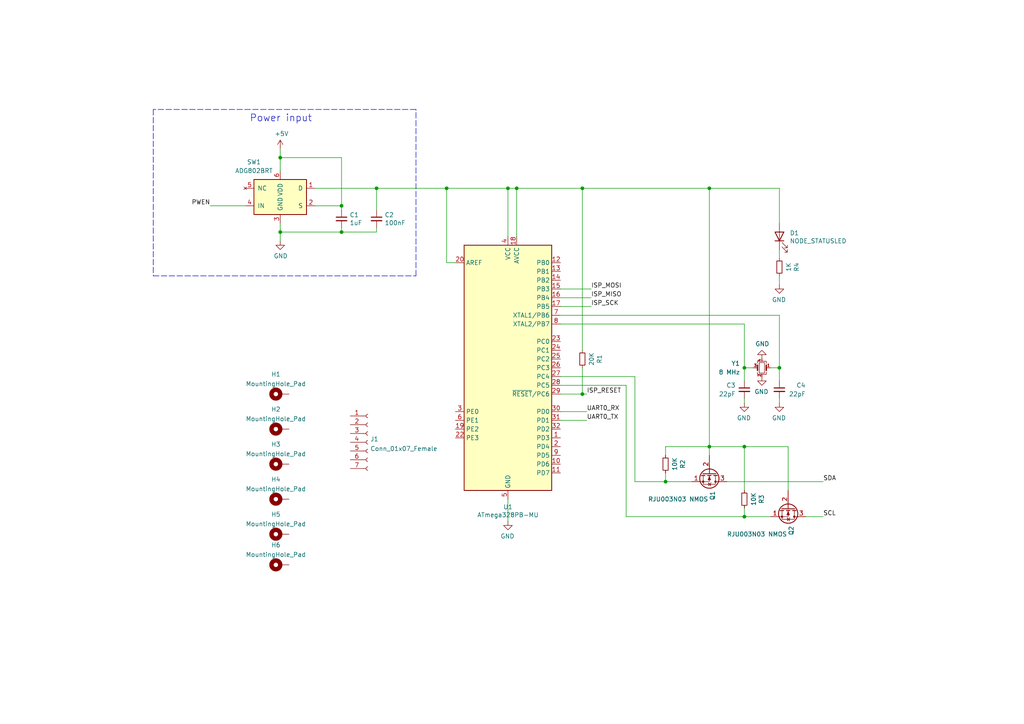
<source format=kicad_sch>
(kicad_sch (version 20211123) (generator eeschema)
  (paper "A4")
  (lib_symbols
    (symbol "Connector:Conn_01x07_Female" (pin_names (offset 1.016) hide)
      (property "Reference" "J" (at 0 10.16 0))
      (property "Value" "Conn_01x07_Female" (at 0 -10.16 0))
      (symbol "Conn_01x07_Female_1_1"
        (arc (start 0 -7.112) (mid -0.508 -7.62) (end 0 -8.128) (stroke (width 0.1524)))
        (arc (start 0 -4.572) (mid -0.508 -5.08) (end 0 -5.588) (stroke (width 0.1524)))
        (arc (start 0 -2.032) (mid -0.508 -2.54) (end 0 -3.048) (stroke (width 0.1524)))
        (polyline (pts (xy -1.27 -7.62) (xy -0.508 -7.62)) (stroke (width 0.1524)))
        (polyline (pts (xy -1.27 -5.08) (xy -0.508 -5.08)) (stroke (width 0.1524)))
        (polyline (pts (xy -1.27 -2.54) (xy -0.508 -2.54)) (stroke (width 0.1524)))
        (polyline (pts (xy -1.27 0) (xy -0.508 0)) (stroke (width 0.1524)))
        (polyline (pts (xy -1.27 2.54) (xy -0.508 2.54)) (stroke (width 0.1524)))
        (polyline (pts (xy -1.27 5.08) (xy -0.508 5.08)) (stroke (width 0.1524)))
        (polyline (pts (xy -1.27 7.62) (xy -0.508 7.62)) (stroke (width 0.1524)))
        (arc (start 0 0.508) (mid -0.508 0) (end 0 -0.508) (stroke (width 0.1524)))
        (arc (start 0 3.048) (mid -0.508 2.54) (end 0 2.032) (stroke (width 0.1524)))
        (arc (start 0 5.588) (mid -0.508 5.08) (end 0 4.572) (stroke (width 0.1524)))
        (arc (start 0 8.128) (mid -0.508 7.62) (end 0 7.112) (stroke (width 0.1524)))
        (pin passive line (at -5.08 7.62 0) (length 3.81) (name "Pin_1") (number "1"))
        (pin passive line (at -5.08 5.08 0) (length 3.81) (name "Pin_2") (number "2"))
        (pin passive line (at -5.08 2.54 0) (length 3.81) (name "Pin_3") (number "3"))
        (pin passive line (at -5.08 0 0) (length 3.81) (name "Pin_4") (number "4"))
        (pin passive line (at -5.08 -2.54 0) (length 3.81) (name "Pin_5") (number "5"))
        (pin passive line (at -5.08 -5.08 0) (length 3.81) (name "Pin_6") (number "6"))
        (pin passive line (at -5.08 -7.62 0) (length 3.81) (name "Pin_7") (number "7"))
      )
    )
    (symbol "Device:C_Small" (pin_numbers hide) (pin_names (offset 0.254) hide)
      (property "Reference" "C" (at 0.254 1.778 0))
      (property "Value" "C_Small" (at 0.254 -2.032 0))
      (symbol "C_Small_0_1"
        (polyline (pts (xy -1.524 -0.508) (xy 1.524 -0.508)) (stroke (width 0.3302)))
        (polyline (pts (xy -1.524 0.508) (xy 1.524 0.508)) (stroke (width 0.3048)))
      )
      (symbol "C_Small_1_1"
        (pin passive line (at 0 2.54 270) (length 2.032) (name "~") (number "1"))
        (pin passive line (at 0 -2.54 90) (length 2.032) (name "~") (number "2"))
      )
    )
    (symbol "Device:Crystal_GND24_Small" (pin_names (offset 1.016) hide)
      (property "Reference" "Y" (at 1.27 4.445 0))
      (property "Value" "Crystal_GND24_Small" (at 1.27 2.54 0))
      (symbol "Crystal_GND24_Small_0_1"
        (rectangle (start -0.762 -1.524) (end 0.762 1.524))
        (polyline (pts (xy -1.27 -0.762) (xy -1.27 0.762)) (stroke (width 0.381)))
        (polyline (pts (xy 1.27 -0.762) (xy 1.27 0.762)) (stroke (width 0.381)))
        (polyline (pts (xy -1.27 -1.27) (xy -1.27 -1.905) (xy 1.27 -1.905) (xy 1.27 -1.27)))
        (polyline (pts (xy -1.27 1.27) (xy -1.27 1.905) (xy 1.27 1.905) (xy 1.27 1.27)))
      )
      (symbol "Crystal_GND24_Small_1_1"
        (pin passive line (at -2.54 0 0) (length 1.27) (name "1") (number "1"))
        (pin passive line (at 0 -2.54 90) (length 0.635) (name "2") (number "2"))
        (pin passive line (at 2.54 0 180) (length 1.27) (name "3") (number "3"))
        (pin passive line (at 0 2.54 270) (length 0.635) (name "4") (number "4"))
      )
    )
    (symbol "Device:LED" (pin_numbers hide) (pin_names (offset 1.016) hide)
      (property "Reference" "D" (at 0 2.54 0))
      (property "Value" "LED" (at 0 -2.54 0))
      (symbol "LED_0_1"
        (polyline (pts (xy -1.27 -1.27) (xy -1.27 1.27)) (stroke (width 0.254)))
        (polyline (pts (xy -1.27 0) (xy 1.27 0)))
        (polyline (pts (xy 1.27 -1.27) (xy 1.27 1.27) (xy -1.27 0) (xy 1.27 -1.27)) (stroke (width 0.254)))
        (polyline (pts (xy -3.048 -0.762) (xy -4.572 -2.286) (xy -3.81 -2.286) (xy -4.572 -2.286) (xy -4.572 -1.524)))
        (polyline (pts (xy -1.778 -0.762) (xy -3.302 -2.286) (xy -2.54 -2.286) (xy -3.302 -2.286) (xy -3.302 -1.524)))
      )
      (symbol "LED_1_1"
        (pin passive line (at -3.81 0 0) (length 2.54) (name "K") (number "1"))
        (pin passive line (at 3.81 0 180) (length 2.54) (name "A") (number "2"))
      )
    )
    (symbol "Device:Q_NMOS_SGD" (pin_names (offset 0) hide)
      (property "Reference" "Q" (at 5.08 1.27 0))
      (property "Value" "Q_NMOS_SGD" (at 5.08 -1.27 0))
      (symbol "Q_NMOS_SGD_0_1"
        (polyline (pts (xy 0.254 0) (xy -2.54 0)))
        (polyline (pts (xy 0.254 1.905) (xy 0.254 -1.905)) (stroke (width 0.254)))
        (polyline (pts (xy 0.762 -1.27) (xy 0.762 -2.286)) (stroke (width 0.254)))
        (polyline (pts (xy 0.762 0.508) (xy 0.762 -0.508)) (stroke (width 0.254)))
        (polyline (pts (xy 0.762 2.286) (xy 0.762 1.27)) (stroke (width 0.254)))
        (polyline (pts (xy 2.54 2.54) (xy 2.54 1.778)))
        (polyline (pts (xy 2.54 -2.54) (xy 2.54 0) (xy 0.762 0)))
        (polyline (pts (xy 0.762 -1.778) (xy 3.302 -1.778) (xy 3.302 1.778) (xy 0.762 1.778)))
        (polyline (pts (xy 1.016 0) (xy 2.032 0.381) (xy 2.032 -0.381) (xy 1.016 0)) (fill (type outline)))
        (polyline (pts (xy 2.794 0.508) (xy 2.921 0.381) (xy 3.683 0.381) (xy 3.81 0.254)))
        (polyline (pts (xy 3.302 0.381) (xy 2.921 -0.254) (xy 3.683 -0.254) (xy 3.302 0.381)))
        (circle (center 1.651 0) (radius 2.794) (stroke (width 0.254)))
        (circle (center 2.54 -1.778) (radius 0.254) (fill (type outline)))
        (circle (center 2.54 1.778) (radius 0.254) (fill (type outline)))
      )
      (symbol "Q_NMOS_SGD_1_1"
        (pin passive line (at 2.54 -5.08 90) (length 2.54) (name "S") (number "1"))
        (pin input line (at -5.08 0 0) (length 5.08) (name "G") (number "2"))
        (pin passive line (at 2.54 5.08 270) (length 2.54) (name "D") (number "3"))
      )
    )
    (symbol "Device:R_Small" (pin_numbers hide) (pin_names (offset 0.254) hide)
      (property "Reference" "R" (at 0.762 0.508 0))
      (property "Value" "R_Small" (at 0.762 -1.016 0))
      (symbol "R_Small_0_1"
        (rectangle (start -0.762 1.778) (end 0.762 -1.778) (stroke (width 0.2032)))
      )
      (symbol "R_Small_1_1"
        (pin passive line (at 0 2.54 270) (length 0.762) (name "~") (number "1"))
        (pin passive line (at 0 -2.54 90) (length 0.762) (name "~") (number "2"))
      )
    )
    (symbol "MCU_Microchip_ATmega:ATmega328PB-MU"
      (property "Reference" "U" (at -12.7 36.83 0))
      (property "Value" "ATmega328PB-MU" (at 2.54 -36.83 0))
      (symbol "ATmega328PB-MU_0_1"
        (rectangle (start -12.7 -35.56) (end 12.7 35.56) (stroke (width 0.254)) (fill (type background)))
      )
      (symbol "ATmega328PB-MU_1_1"
        (pin bidirectional line (at 15.24 -20.32 180) (length 2.54) (name "PD3") (number "1"))
        (pin bidirectional line (at 15.24 -27.94 180) (length 2.54) (name "PD6") (number "10"))
        (pin bidirectional line (at 15.24 -30.48 180) (length 2.54) (name "PD7") (number "11"))
        (pin bidirectional line (at 15.24 30.48 180) (length 2.54) (name "PB0") (number "12"))
        (pin bidirectional line (at 15.24 27.94 180) (length 2.54) (name "PB1") (number "13"))
        (pin bidirectional line (at 15.24 25.4 180) (length 2.54) (name "PB2") (number "14"))
        (pin bidirectional line (at 15.24 22.86 180) (length 2.54) (name "PB3") (number "15"))
        (pin bidirectional line (at 15.24 20.32 180) (length 2.54) (name "PB4") (number "16"))
        (pin bidirectional line (at 15.24 17.78 180) (length 2.54) (name "PB5") (number "17"))
        (pin power_in line (at 2.54 38.1 270) (length 2.54) (name "AVCC") (number "18"))
        (pin bidirectional line (at -15.24 -17.78 0) (length 2.54) (name "PE2") (number "19"))
        (pin bidirectional line (at 15.24 -22.86 180) (length 2.54) (name "PD4") (number "2"))
        (pin passive line (at -15.24 30.48 0) (length 2.54) (name "AREF") (number "20"))
        (pin passive line (at 0 -38.1 90) (length 2.54) hide (name "GND") (number "21"))
        (pin bidirectional line (at -15.24 -20.32 0) (length 2.54) (name "PE3") (number "22"))
        (pin bidirectional line (at 15.24 7.62 180) (length 2.54) (name "PC0") (number "23"))
        (pin bidirectional line (at 15.24 5.08 180) (length 2.54) (name "PC1") (number "24"))
        (pin bidirectional line (at 15.24 2.54 180) (length 2.54) (name "PC2") (number "25"))
        (pin bidirectional line (at 15.24 0 180) (length 2.54) (name "PC3") (number "26"))
        (pin bidirectional line (at 15.24 -2.54 180) (length 2.54) (name "PC4") (number "27"))
        (pin bidirectional line (at 15.24 -5.08 180) (length 2.54) (name "PC5") (number "28"))
        (pin bidirectional line (at 15.24 -7.62 180) (length 2.54) (name "~{RESET}/PC6") (number "29"))
        (pin bidirectional line (at -15.24 -12.7 0) (length 2.54) (name "PE0") (number "3"))
        (pin bidirectional line (at 15.24 -12.7 180) (length 2.54) (name "PD0") (number "30"))
        (pin bidirectional line (at 15.24 -15.24 180) (length 2.54) (name "PD1") (number "31"))
        (pin bidirectional line (at 15.24 -17.78 180) (length 2.54) (name "PD2") (number "32"))
        (pin passive line (at 0 -38.1 90) (length 2.54) hide (name "GND") (number "33"))
        (pin power_in line (at 0 38.1 270) (length 2.54) (name "VCC") (number "4"))
        (pin power_in line (at 0 -38.1 90) (length 2.54) (name "GND") (number "5"))
        (pin bidirectional line (at -15.24 -15.24 0) (length 2.54) (name "PE1") (number "6"))
        (pin bidirectional line (at 15.24 15.24 180) (length 2.54) (name "XTAL1/PB6") (number "7"))
        (pin bidirectional line (at 15.24 12.7 180) (length 2.54) (name "XTAL2/PB7") (number "8"))
        (pin bidirectional line (at 15.24 -25.4 180) (length 2.54) (name "PD5") (number "9"))
      )
    )
    (symbol "Mechanical:MountingHole_Pad" (pin_numbers hide) (pin_names (offset 1.016) hide)
      (property "Reference" "H" (at 0 6.35 0))
      (property "Value" "MountingHole_Pad" (at 0 4.445 0))
      (symbol "MountingHole_Pad_0_1"
        (circle (center 0 1.27) (radius 1.27) (stroke (width 1.27)))
      )
      (symbol "MountingHole_Pad_1_1"
        (pin input line (at 0 -2.54 90) (length 2.54) (name "1") (number "1"))
      )
    )
    (symbol "power:+5V" (power) (pin_names (offset 0))
      (property "Value" "+5V" (at 0 3.556 0))
      (symbol "+5V_0_1"
        (polyline (pts (xy -0.762 1.27) (xy 0 2.54)))
        (polyline (pts (xy 0 0) (xy 0 2.54)))
        (polyline (pts (xy 0 2.54) (xy 0.762 1.27)))
      )
      (symbol "+5V_1_1"
        (pin power_in line (at 0 0 90) (length 0) hide (name "+5V") (number "1"))
      )
    )
    (symbol "power:GND" (power) (pin_names (offset 0))
      (property "Value" "GND" (at 0 -3.81 0))
      (symbol "GND_0_1"
        (polyline (pts (xy 0 0) (xy 0 -1.27) (xy 1.27 -1.27) (xy 0 -2.54) (xy -1.27 -1.27) (xy 0 -1.27)))
      )
      (symbol "GND_1_1"
        (pin power_in line (at 0 0 270) (length 0) hide (name "GND") (number "1"))
      )
    )
    (symbol "yktsat-common:ADG802BRT" (pin_names (offset 1.016))
      (property "Reference" "SW" (at 7.62 6.35 0))
      (property "Value" "ADG802BRT" (at 7.62 3.81 0))
      (symbol "ADG802BRT_0_1"
        (rectangle (start -7.62 2.54) (end 7.62 -7.62) (stroke (width 0.254)) (fill (type background)))
      )
      (symbol "ADG802BRT_1_1"
        (pin input line (at 10.16 0 180) (length 2.54) (name "D") (number "1"))
        (pin input line (at 10.16 -5.08 180) (length 2.54) (name "S") (number "2"))
        (pin power_in line (at 0 -10.16 90) (length 2.54) (name "GND") (number "3"))
        (pin input line (at -10.16 -5.08 0) (length 2.54) (name "IN") (number "4"))
        (pin no_connect line (at -10.16 0 0) (length 2.54) (name "NC") (number "5"))
        (pin power_in line (at 0 5.08 270) (length 2.54) (name "VDD") (number "6"))
      )
    )
  )
  (junction (at 215.9 149.86))
  (junction (at 205.74 54.61))
  (junction (at 215.9 106.68))
  (junction (at 129.54 54.61))
  (junction (at 99.06 67.31))
  (junction (at 81.28 67.31))
  (junction (at 99.06 59.69))
  (junction (at 147.32 54.61))
  (junction (at 193.04 139.7))
  (junction (at 109.22 54.61))
  (junction (at 226.06 106.68))
  (junction (at 168.91 54.61))
  (junction (at 168.91 114.3))
  (junction (at 205.74 129.54))
  (junction (at 149.86 54.61))
  (junction (at 215.9 129.54))
  (junction (at 81.28 45.72))
  (wire (pts (xy 132.08 76.2) (xy 129.54 76.2)))
  (wire (pts (xy 147.32 54.61) (xy 149.86 54.61)))
  (wire (pts (xy 147.32 151.13) (xy 147.32 144.78)))
  (polyline (pts (xy 120.65 80.01) (xy 120.65 31.75)))
  (wire (pts (xy 162.56 114.3) (xy 168.91 114.3)))
  (wire (pts (xy 162.56 91.44) (xy 226.06 91.44)))
  (wire (pts (xy 171.45 83.82) (xy 162.56 83.82)))
  (wire (pts (xy 205.74 54.61) (xy 226.06 54.61)))
  (wire (pts (xy 99.06 67.31) (xy 109.22 67.31)))
  (wire (pts (xy 91.44 59.69) (xy 99.06 59.69)))
  (wire (pts (xy 215.9 116.84) (xy 215.9 115.57)))
  (wire (pts (xy 226.06 91.44) (xy 226.06 106.68)))
  (wire (pts (xy 129.54 54.61) (xy 147.32 54.61)))
  (wire (pts (xy 226.06 54.61) (xy 226.06 64.77)))
  (wire (pts (xy 109.22 54.61) (xy 129.54 54.61)))
  (wire (pts (xy 205.74 129.54) (xy 205.74 132.08)))
  (wire (pts (xy 129.54 54.61) (xy 129.54 76.2)))
  (wire (pts (xy 162.56 111.76) (xy 181.61 111.76)))
  (wire (pts (xy 215.9 129.54) (xy 228.6 129.54)))
  (wire (pts (xy 81.28 43.18) (xy 81.28 45.72)))
  (wire (pts (xy 149.86 54.61) (xy 149.86 68.58)))
  (wire (pts (xy 226.06 106.68) (xy 223.52 106.68)))
  (wire (pts (xy 193.04 139.7) (xy 200.66 139.7)))
  (wire (pts (xy 228.6 129.54) (xy 228.6 142.24)))
  (wire (pts (xy 193.04 137.16) (xy 193.04 139.7)))
  (wire (pts (xy 215.9 93.98) (xy 215.9 106.68)))
  (wire (pts (xy 181.61 149.86) (xy 215.9 149.86)))
  (wire (pts (xy 109.22 60.96) (xy 109.22 54.61)))
  (wire (pts (xy 168.91 54.61) (xy 168.91 101.6)))
  (wire (pts (xy 81.28 64.77) (xy 81.28 67.31)))
  (wire (pts (xy 233.68 149.86) (xy 238.76 149.86)))
  (wire (pts (xy 162.56 109.22) (xy 184.15 109.22)))
  (wire (pts (xy 205.74 129.54) (xy 193.04 129.54)))
  (wire (pts (xy 181.61 111.76) (xy 181.61 149.86)))
  (wire (pts (xy 215.9 106.68) (xy 218.44 106.68)))
  (polyline (pts (xy 44.45 80.01) (xy 120.65 80.01)))
  (wire (pts (xy 162.56 121.92) (xy 170.18 121.92)))
  (wire (pts (xy 184.15 139.7) (xy 193.04 139.7)))
  (wire (pts (xy 226.06 110.49) (xy 226.06 106.68)))
  (wire (pts (xy 215.9 129.54) (xy 215.9 142.24)))
  (wire (pts (xy 205.74 54.61) (xy 205.74 129.54)))
  (wire (pts (xy 215.9 149.86) (xy 223.52 149.86)))
  (wire (pts (xy 210.82 139.7) (xy 238.76 139.7)))
  (wire (pts (xy 226.06 82.55) (xy 226.06 80.01)))
  (wire (pts (xy 81.28 67.31) (xy 99.06 67.31)))
  (wire (pts (xy 149.86 54.61) (xy 168.91 54.61)))
  (wire (pts (xy 99.06 60.96) (xy 99.06 59.69)))
  (wire (pts (xy 99.06 66.04) (xy 99.06 67.31)))
  (wire (pts (xy 99.06 45.72) (xy 81.28 45.72)))
  (wire (pts (xy 168.91 106.68) (xy 168.91 114.3)))
  (wire (pts (xy 81.28 45.72) (xy 81.28 49.53)))
  (wire (pts (xy 99.06 45.72) (xy 99.06 59.69)))
  (wire (pts (xy 215.9 93.98) (xy 162.56 93.98)))
  (wire (pts (xy 168.91 54.61) (xy 205.74 54.61)))
  (wire (pts (xy 193.04 129.54) (xy 193.04 132.08)))
  (polyline (pts (xy 44.45 31.75) (xy 44.45 80.01)))
  (wire (pts (xy 60.96 59.69) (xy 71.12 59.69)))
  (wire (pts (xy 81.28 67.31) (xy 81.28 69.85)))
  (wire (pts (xy 205.74 129.54) (xy 215.9 129.54)))
  (wire (pts (xy 109.22 67.31) (xy 109.22 66.04)))
  (wire (pts (xy 226.06 72.39) (xy 226.06 74.93)))
  (wire (pts (xy 171.45 88.9) (xy 162.56 88.9)))
  (wire (pts (xy 162.56 86.36) (xy 171.45 86.36)))
  (wire (pts (xy 215.9 147.32) (xy 215.9 149.86)))
  (wire (pts (xy 226.06 116.84) (xy 226.06 115.57)))
  (wire (pts (xy 91.44 54.61) (xy 109.22 54.61)))
  (wire (pts (xy 184.15 109.22) (xy 184.15 139.7)))
  (wire (pts (xy 147.32 54.61) (xy 147.32 68.58)))
  (polyline (pts (xy 120.65 31.75) (xy 44.45 31.75)))
  (wire (pts (xy 215.9 110.49) (xy 215.9 106.68)))
  (wire (pts (xy 168.91 114.3) (xy 170.18 114.3)))
  (wire (pts (xy 170.18 119.38) (xy 162.56 119.38)))
  (text "Power input" (at 72.39 35.56 0) (effects (font (size 2.0066 2.0066)) (justify left bottom)))
  (label "SDA" (at 238.76 139.7 0))
  (label "UART0_RX" (at 170.18 119.38 0))
  (label "SCL" (at 238.76 149.86 0))
  (label "PWEN" (at 60.96 59.69 180))
  (label "UART0_TX" (at 170.18 121.92 0))
  (label "ISP_MOSI" (at 171.45 83.82 0))
  (label "ISP_RESET" (at 170.18 114.3 0))
  (label "ISP_MISO" (at 171.45 86.36 0))
  (label "ISP_SCK" (at 171.45 88.9 0))
  (symbol (lib_id "power:GND") (at 220.98 104.14 0) (mirror x) (unit 1)
    (property "Reference" "#PWR0105" (effects hide))
    (property "Value" "GND" (at 221.107 99.7458 0))
  )
  (symbol (lib_id "Mechanical:MountingHole_Pad") (at 81.28 124.46 90) (unit 1)
    (property "Reference" "H2" (at 80.01 118.7155 90))
    (property "Value" "MountingHole_Pad" (at 80.01 121.4906 90))
    (property "Footprint" "MountingHole:MountingHole_2.2mm_M2_Pad" (effects hide))
  )
  (symbol (lib_id "Mechanical:MountingHole_Pad") (at 81.28 144.78 90) (unit 1)
    (property "Reference" "H4" (at 80.01 139.0355 90))
    (property "Value" "MountingHole_Pad" (at 80.01 141.8106 90))
    (property "Footprint" "MountingHole:MountingHole_2.2mm_M2_Pad" (effects hide))
  )
  (symbol (lib_id "power:GND") (at 147.32 151.13 0) (mirror y) (unit 1)
    (property "Reference" "#PWR0108" (effects hide))
    (property "Value" "GND" (at 147.193 155.5242 0))
  )
  (symbol (lib_id "Device:C_Small") (at 226.06 113.03 0) (mirror y) (unit 1)
    (property "Reference" "C4" (at 233.68 111.76 0) (effects (justify left)))
    (property "Value" "22pF" (at 233.68 114.3 0) (effects (justify left)))
    (property "Footprint" "Capacitor_SMD:C_0402_1005Metric" (effects hide))
  )
  (symbol (lib_id "Device:R_Small") (at 168.91 104.14 180) (unit 1)
    (property "Reference" "R1" (at 173.8884 104.14 90))
    (property "Value" "20K" (at 171.577 104.14 90))
    (property "Footprint" "Resistor_SMD:R_0402_1005Metric" (effects hide))
  )
  (symbol (lib_id "Device:LED") (at 226.06 68.58 90) (unit 1)
    (property "Reference" "D1" (at 229.0572 67.5894 90) (effects (justify right)))
    (property "Value" "NODE_STATUSLED" (at 229.0572 69.9008 90) (effects (justify right)))
    (property "Footprint" "LED_SMD:LED_0402_1005Metric" (effects hide))
  )
  (symbol (lib_id "Mechanical:MountingHole_Pad") (at 81.28 163.83 90) (unit 1)
    (property "Reference" "H6" (at 80.01 158.0855 90))
    (property "Value" "MountingHole_Pad" (at 80.01 160.8606 90))
    (property "Footprint" "MountingHole:MountingHole_2.2mm_M2_Pad" (effects hide))
  )
  (symbol (lib_id "yktsat-common:ADG802BRT") (at 81.28 54.61 0) (unit 1)
    (property "Reference" "SW1" (at 73.66 46.99 0))
    (property "Value" "ADG802BRT" (at 73.66 49.53 0))
    (property "Footprint" "Package_TO_SOT_SMD:SOT-23-6" (effects hide))
    (property "Datasheet" "https://www.analog.com/media/en/technical-documentation/data-sheets/ADG801_802.pdf" (effects hide))
  )
  (symbol (lib_id "Device:C_Small") (at 99.06 63.5 0) (unit 1)
    (property "Reference" "C1" (at 101.3968 62.3316 0) (effects (justify left)))
    (property "Value" "1uF" (at 101.3968 64.643 0) (effects (justify left)))
    (property "Footprint" "Capacitor_SMD:C_0603_1608Metric" (effects hide))
  )
  (symbol (lib_id "power:GND") (at 226.06 116.84 0) (mirror y) (unit 1)
    (property "Reference" "#PWR0106" (effects hide))
    (property "Value" "GND" (at 225.933 121.2342 0))
  )
  (symbol (lib_id "Connector:Conn_01x07_Female") (at 106.68 128.27 0) (unit 1)
    (property "Reference" "J1" (at 107.3912 127.3615 0) (effects (justify left)))
    (property "Value" "Conn_01x07_Female" (at 107.3912 130.1366 0) (effects (justify left)))
    (property "Footprint" "Connector_PinSocket_1.27mm:PinSocket_1x07_P1.27mm_Vertical" (effects hide))
  )
  (symbol (lib_id "Device:C_Small") (at 109.22 63.5 0) (unit 1)
    (property "Reference" "C2" (at 111.5568 62.3316 0) (effects (justify left)))
    (property "Value" "100nF" (at 111.5568 64.643 0) (effects (justify left)))
    (property "Footprint" "Capacitor_SMD:C_0402_1005Metric" (effects hide))
  )
  (symbol (lib_id "Device:Q_NMOS_SGD") (at 228.6 147.32 270) (unit 1)
    (property "Reference" "Q2" (at 229.5085 152.527 0) (effects (justify left)))
    (property "Value" "RJU003N03 NMOS" (at 210.82 154.94 90) (effects (justify left)))
    (property "Footprint" "Package_TO_SOT_SMD:SOT-323_SC-70" (effects hide))
  )
  (symbol (lib_id "Device:R_Small") (at 226.06 77.47 180) (unit 1)
    (property "Reference" "R4" (at 231.0384 77.47 90))
    (property "Value" "1K" (at 228.727 77.47 90))
    (property "Footprint" "Resistor_SMD:R_0402_1005Metric" (effects hide))
  )
  (symbol (lib_id "power:GND") (at 220.98 109.22 0) (mirror y) (unit 1)
    (property "Reference" "#PWR0107" (effects hide))
    (property "Value" "GND" (at 220.853 113.6142 0))
  )
  (symbol (lib_id "Device:Crystal_GND24_Small") (at 220.98 106.68 0) (mirror y) (unit 1)
    (property "Reference" "Y1" (at 214.63 105.41 0) (effects (justify left)))
    (property "Value" "8 MHz" (at 214.63 107.95 0) (effects (justify left)))
    (property "Footprint" "Crystal:Crystal_SMD_3225-4Pin_3.2x2.5mm" (effects hide))
    (property "Part" "7B-8.000MAAJ-T -  CRYSTAL, 8MHZ, 18PF, 5 X 3.2MM" (effects hide))
  )
  (symbol (lib_id "Mechanical:MountingHole_Pad") (at 81.28 114.3 90) (unit 1)
    (property "Reference" "H1" (at 80.01 108.5555 90))
    (property "Value" "MountingHole_Pad" (at 80.01 111.3306 90))
    (property "Footprint" "MountingHole:MountingHole_2.2mm_M2_Pad" (effects hide))
  )
  (symbol (lib_id "Device:Q_NMOS_SGD") (at 205.74 137.16 270) (unit 1)
    (property "Reference" "Q1" (at 206.6485 142.367 0) (effects (justify left)))
    (property "Value" "RJU003N03 NMOS" (at 187.96 144.78 90) (effects (justify left)))
    (property "Footprint" "Package_TO_SOT_SMD:SOT-323_SC-70" (effects hide))
  )
  (symbol (lib_id "Device:R_Small") (at 215.9 144.78 180) (unit 1)
    (property "Reference" "R3" (at 220.8784 144.78 90))
    (property "Value" "10K" (at 218.567 144.78 90))
    (property "Footprint" "Resistor_SMD:R_0402_1005Metric" (effects hide))
  )
  (symbol (lib_id "Mechanical:MountingHole_Pad") (at 81.28 154.94 90) (unit 1)
    (property "Reference" "H5" (at 80.01 149.1955 90))
    (property "Value" "MountingHole_Pad" (at 80.01 151.9706 90))
    (property "Footprint" "MountingHole:MountingHole_3.2mm_M3_ISO7380_Pad" (effects hide))
  )
  (symbol (lib_id "Mechanical:MountingHole_Pad") (at 81.28 134.62 90) (unit 1)
    (property "Reference" "H3" (at 80.01 128.8755 90))
    (property "Value" "MountingHole_Pad" (at 80.01 131.6506 90))
    (property "Footprint" "MountingHole:MountingHole_2.2mm_M2_Pad" (effects hide))
  )
  (symbol (lib_id "power:+5V") (at 81.28 43.18 0) (unit 1)
    (property "Reference" "#PWR0101" (effects hide))
    (property "Value" "+5V" (at 81.661 38.7858 0))
  )
  (symbol (lib_id "power:GND") (at 81.28 69.85 0) (unit 1)
    (property "Reference" "#PWR0102" (effects hide))
    (property "Value" "GND" (at 81.407 74.2442 0))
  )
  (symbol (lib_id "Device:R_Small") (at 193.04 134.62 180) (unit 1)
    (property "Reference" "R2" (at 198.0184 134.62 90))
    (property "Value" "10K" (at 195.707 134.62 90))
    (property "Footprint" "Resistor_SMD:R_0402_1005Metric" (effects hide))
  )
  (symbol (lib_id "MCU_Microchip_ATmega:ATmega328PB-MU") (at 147.32 106.68 0) (unit 1)
    (property "Reference" "U1" (at 147.32 147.0406 0))
    (property "Value" "ATmega328PB-MU" (at 147.32 149.352 0))
    (property "Footprint" "Package_DFN_QFN:QFN-32-1EP_5x5mm_P0.5mm_EP3.1x3.1mm" (effects hide))
    (property "Datasheet" "http://ww1.microchip.com/downloads/en/DeviceDoc/40001906C.pdf" (effects hide))
  )
  (symbol (lib_id "Device:C_Small") (at 215.9 113.03 0) (mirror y) (unit 1)
    (property "Reference" "C3" (at 213.36 111.76 0) (effects (justify left)))
    (property "Value" "22pF" (at 213.36 114.3 0) (effects (justify left)))
    (property "Footprint" "Capacitor_SMD:C_0402_1005Metric" (effects hide))
  )
  (symbol (lib_id "power:GND") (at 215.9 116.84 0) (mirror y) (unit 1)
    (property "Reference" "#PWR0103" (effects hide))
    (property "Value" "GND" (at 215.773 121.2342 0))
  )
  (symbol (lib_id "power:GND") (at 226.06 82.55 0) (mirror y) (unit 1)
    (property "Reference" "#PWR0104" (effects hide))
    (property "Value" "GND" (at 225.933 86.9442 0))
  )
)
</source>
